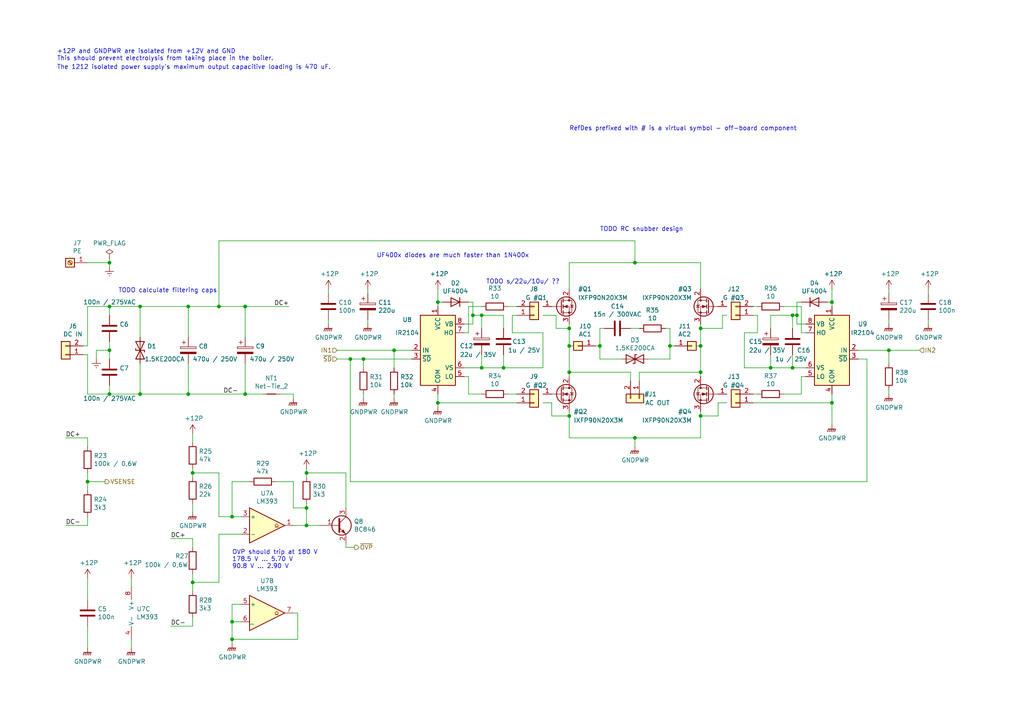
<source format=kicad_sch>
(kicad_sch (version 20230121) (generator eeschema)
  (paper "A4")
  (lib_symbols
    (symbol "Connector:Screw_Terminal_01x01" (pin_names (offset 1.016) hide)
      (property "Reference" "J" (at 0 2.54 0))
      (property "Value" "Screw_Terminal_01x01" (at 0 -2.54 0))
      (symbol "Screw_Terminal_01x01_1_1"
        (rectangle (start -1.27 1.27) (end 1.27 -1.27) (stroke (width 0.254)) (fill (type background)))
        (polyline (pts (xy -0.5334 0.3302) (xy 0.3302 -0.508)) (stroke (width 0.1524)))
        (polyline (pts (xy -0.3556 0.508) (xy 0.508 -0.3302)) (stroke (width 0.1524)))
        (circle (center 0 0) (radius 0.635) (stroke (width 0.1524)))
        (pin passive line (at -5.08 0 0) (length 3.81) (name "Pin_1") (number "1"))
      )
    )
    (symbol "Connector_Generic:Conn_01x01" (pin_names (offset 1.016) hide)
      (property "Reference" "J" (at 0 2.54 0))
      (property "Value" "Conn_01x01" (at 0 -2.54 0))
      (symbol "Conn_01x01_1_1"
        (rectangle (start -1.27 0.127) (end 0 -0.127) (stroke (width 0.1524)))
        (rectangle (start -1.27 1.27) (end 1.27 -1.27) (stroke (width 0.254)) (fill (type background)))
        (pin passive line (at -5.08 0 0) (length 3.81) (name "Pin_1") (number "1"))
      )
    )
    (symbol "Connector_Generic:Conn_01x02" (pin_names (offset 1.016) hide)
      (property "Reference" "J" (at 0 2.54 0))
      (property "Value" "Conn_01x02" (at 0 -5.08 0))
      (symbol "Conn_01x02_1_1"
        (rectangle (start -1.27 -2.413) (end 0 -2.667) (stroke (width 0.1524)))
        (rectangle (start -1.27 0.127) (end 0 -0.127) (stroke (width 0.1524)))
        (rectangle (start -1.27 1.27) (end 1.27 -3.81) (stroke (width 0.254)) (fill (type background)))
        (pin passive line (at -5.08 0 0) (length 3.81) (name "Pin_1") (number "1"))
        (pin passive line (at -5.08 -2.54 0) (length 3.81) (name "Pin_2") (number "2"))
      )
    )
    (symbol "Device:C" (pin_numbers hide) (pin_names (offset 0.254))
      (property "Reference" "C" (at 0.635 2.54 0))
      (property "Value" "C" (at 0.635 -2.54 0))
      (symbol "C_0_1"
        (polyline (pts (xy -2.032 -0.762) (xy 2.032 -0.762)) (stroke (width 0.508)))
        (polyline (pts (xy -2.032 0.762) (xy 2.032 0.762)) (stroke (width 0.508)))
      )
      (symbol "C_1_1"
        (pin passive line (at 0 3.81 270) (length 2.794) (name "~") (number "1"))
        (pin passive line (at 0 -3.81 90) (length 2.794) (name "~") (number "2"))
      )
    )
    (symbol "Device:R" (pin_numbers hide) (pin_names (offset 0))
      (property "Reference" "R" (at 2.032 0 90))
      (property "Value" "R" (at 0 0 90))
      (symbol "R_0_1"
        (rectangle (start -1.016 -2.54) (end 1.016 2.54) (stroke (width 0.254)))
      )
      (symbol "R_1_1"
        (pin passive line (at 0 3.81 270) (length 1.27) (name "~") (number "1"))
        (pin passive line (at 0 -3.81 90) (length 1.27) (name "~") (number "2"))
      )
    )
    (symbol "Diode:1.5KExxCA" (pin_numbers hide) (pin_names (offset 1.016) hide)
      (property "Reference" "D" (at 0 2.54 0))
      (property "Value" "1.5KExxCA" (at 0 -2.54 0))
      (symbol "1.5KExxCA_0_1"
        (polyline (pts (xy 1.27 0) (xy -1.27 0)))
        (polyline (pts (xy -2.54 -1.27) (xy 0 0) (xy -2.54 1.27) (xy -2.54 -1.27)) (stroke (width 0.254)))
        (polyline (pts (xy 0.508 1.27) (xy 0 1.27) (xy 0 -1.27) (xy -0.508 -1.27)) (stroke (width 0.254)))
        (polyline (pts (xy 2.54 1.27) (xy 2.54 -1.27) (xy 0 0) (xy 2.54 1.27)) (stroke (width 0.254)))
      )
      (symbol "1.5KExxCA_1_1"
        (pin passive line (at -3.81 0 0) (length 2.54) (name "A1") (number "1"))
        (pin passive line (at 3.81 0 180) (length 2.54) (name "A2") (number "2"))
      )
    )
    (symbol "Driver_FET:IR2104"
      (property "Reference" "U" (at 1.27 13.335 0))
      (property "Value" "IR2104" (at 1.27 11.43 0))
      (symbol "IR2104_0_1"
        (rectangle (start -5.08 -10.16) (end 5.08 10.16) (stroke (width 0.254)) (fill (type background)))
      )
      (symbol "IR2104_1_1"
        (pin power_in line (at 0 12.7 270) (length 2.54) (name "VCC") (number "1"))
        (pin input line (at -7.62 0 0) (length 2.54) (name "IN") (number "2"))
        (pin input line (at -7.62 -2.54 0) (length 2.54) (name "~{SD}") (number "3"))
        (pin power_in line (at 0 -12.7 90) (length 2.54) (name "COM") (number "4"))
        (pin output line (at 7.62 -7.62 180) (length 2.54) (name "LO") (number "5"))
        (pin passive line (at 7.62 -5.08 180) (length 2.54) (name "VS") (number "6"))
        (pin output line (at 7.62 5.08 180) (length 2.54) (name "HO") (number "7"))
        (pin passive line (at 7.62 7.62 180) (length 2.54) (name "VB") (number "8"))
      )
    )
    (symbol "Transistor_BJT:BC846" (pin_names (offset 0) hide)
      (property "Reference" "Q" (at 5.08 1.905 0))
      (property "Value" "BC846" (at 5.08 0 0))
      (symbol "BC846_0_1"
        (polyline (pts (xy 0.635 0.635) (xy 2.54 2.54)))
        (polyline (pts (xy 0.635 -0.635) (xy 2.54 -2.54) (xy 2.54 -2.54)))
        (polyline (pts (xy 0.635 1.905) (xy 0.635 -1.905) (xy 0.635 -1.905)) (stroke (width 0.508)))
        (polyline (pts (xy 1.27 -1.778) (xy 1.778 -1.27) (xy 2.286 -2.286) (xy 1.27 -1.778) (xy 1.27 -1.778)) (fill (type outline)))
        (circle (center 1.27 0) (radius 2.8194) (stroke (width 0.254)))
      )
      (symbol "BC846_1_1"
        (pin input line (at -5.08 0 0) (length 5.715) (name "B") (number "1"))
        (pin passive line (at 2.54 -5.08 90) (length 2.54) (name "E") (number "2"))
        (pin passive line (at 2.54 5.08 270) (length 2.54) (name "C") (number "3"))
      )
    )
    (symbol "ondra:IXFP90N20X3M" (pin_names hide)
      (property "Reference" "Q" (at 6.35 1.905 0))
      (property "Value" "IXFP90N20X3M" (at 6.35 0 0))
      (symbol "IXFP90N20X3M_0_1"
        (polyline (pts (xy 0.254 0) (xy -2.54 0)))
        (polyline (pts (xy 0.254 1.905) (xy 0.254 -1.905)) (stroke (width 0.254)))
        (polyline (pts (xy 0.762 -1.27) (xy 0.762 -2.286)) (stroke (width 0.254)))
        (polyline (pts (xy 0.762 0.508) (xy 0.762 -0.508)) (stroke (width 0.254)))
        (polyline (pts (xy 0.762 2.286) (xy 0.762 1.27)) (stroke (width 0.254)))
        (polyline (pts (xy 2.54 2.54) (xy 2.54 1.778)))
        (polyline (pts (xy 2.54 -2.54) (xy 2.54 0) (xy 0.762 0)))
        (polyline (pts (xy 0.762 -1.778) (xy 3.302 -1.778) (xy 3.302 1.778) (xy 0.762 1.778)))
        (polyline (pts (xy 1.016 0) (xy 2.032 0.381) (xy 2.032 -0.381) (xy 1.016 0)) (fill (type outline)))
        (polyline (pts (xy 2.794 0.508) (xy 2.921 0.381) (xy 3.683 0.381) (xy 3.81 0.254)))
        (polyline (pts (xy 3.302 0.381) (xy 2.921 -0.254) (xy 3.683 -0.254) (xy 3.302 0.381)))
        (circle (center 1.651 0) (radius 2.794) (stroke (width 0.254)))
        (circle (center 2.54 -1.778) (radius 0.254) (fill (type outline)))
        (circle (center 2.54 1.778) (radius 0.254) (fill (type outline)))
      )
      (symbol "IXFP90N20X3M_1_1"
        (pin input line (at -5.08 0 0) (length 2.54) (name "G") (number "1"))
        (pin passive line (at 2.54 5.08 270) (length 2.54) (name "D") (number "2"))
        (pin passive line (at 2.54 -5.08 90) (length 2.54) (name "S") (number "3"))
      )
    )
    (symbol "ondra:UF4004" (pin_numbers hide) (pin_names (offset 1.016) hide)
      (property "Reference" "D" (at 0 2.54 0))
      (property "Value" "UF4004" (at 0 -2.54 0))
      (symbol "UF4004_0_1"
        (polyline (pts (xy -1.27 1.27) (xy -1.27 -1.27)) (stroke (width 0.254)))
        (polyline (pts (xy 1.27 0) (xy -1.27 0)))
        (polyline (pts (xy 1.27 1.27) (xy 1.27 -1.27) (xy -1.27 0) (xy 1.27 1.27)) (stroke (width 0.254)))
      )
      (symbol "UF4004_1_1"
        (pin passive line (at -3.81 0 0) (length 2.54) (name "K") (number "1"))
        (pin passive line (at 3.81 0 180) (length 2.54) (name "A") (number "2"))
      )
    )
    (symbol "power:+12P" (power) (pin_names (offset 0))
      (property "Value" "+12P" (at 0 3.556 0))
      (symbol "+12P_0_1"
        (polyline (pts (xy -0.762 1.27) (xy 0 2.54)))
        (polyline (pts (xy 0 0) (xy 0 2.54)))
        (polyline (pts (xy 0 2.54) (xy 0.762 1.27)))
      )
      (symbol "+12P_1_1"
        (pin power_in line (at 0 0 90) (length 0) hide (name "+12P") (number "1"))
      )
    )
    (symbol "power:Earth" (power) (pin_names (offset 0))
      (symbol "Earth_0_1"
        (polyline (pts (xy -0.635 -1.905) (xy 0.635 -1.905)))
        (polyline (pts (xy -0.127 -2.54) (xy 0.127 -2.54)))
        (polyline (pts (xy 0 -1.27) (xy 0 0)))
        (polyline (pts (xy 1.27 -1.27) (xy -1.27 -1.27)))
      )
      (symbol "Earth_1_1"
        (pin power_in line (at 0 0 270) (length 0) hide (name "Earth") (number "1"))
      )
    )
    (symbol "power:GNDPWR" (power) (pin_names (offset 0))
      (property "Value" "GNDPWR" (at 0 -3.302 0))
      (symbol "GNDPWR_0_1"
        (polyline (pts (xy 0 -1.27) (xy 0 0)))
        (polyline (pts (xy -1.016 -1.27) (xy -1.27 -2.032) (xy -1.27 -2.032)) (stroke (width 0.2032)))
        (polyline (pts (xy -0.508 -1.27) (xy -0.762 -2.032) (xy -0.762 -2.032)) (stroke (width 0.2032)))
        (polyline (pts (xy 0 -1.27) (xy -0.254 -2.032) (xy -0.254 -2.032)) (stroke (width 0.2032)))
        (polyline (pts (xy 0.508 -1.27) (xy 0.254 -2.032) (xy 0.254 -2.032)) (stroke (width 0.2032)))
        (polyline (pts (xy 1.016 -1.27) (xy -1.016 -1.27) (xy -1.016 -1.27)) (stroke (width 0.2032)))
        (polyline (pts (xy 1.016 -1.27) (xy 0.762 -2.032) (xy 0.762 -2.032) (xy 0.762 -2.032)) (stroke (width 0.2032)))
      )
      (symbol "GNDPWR_1_1"
        (pin power_in line (at 0 0 270) (length 0) hide (name "GNDPWR") (number "1"))
      )
    )
    (symbol "power:PWR_FLAG" (power) (pin_numbers hide) (pin_names (offset 0) hide)
      (property "Value" "PWR_FLAG" (at 0 3.81 0))
      (symbol "PWR_FLAG_0_0"
        (pin power_out line (at 0 0 90) (length 0) (name "pwr") (number "1"))
      )
      (symbol "PWR_FLAG_0_1"
        (polyline (pts (xy 0 0) (xy 0 1.27) (xy -1.016 1.905) (xy 0 2.54) (xy 1.016 1.905) (xy 0 1.27)))
      )
    )
    (symbol "vetrnik-power-rescue:CP-Device" (pin_numbers hide) (pin_names (offset 0.254))
      (property "Reference" "C" (at 0.635 2.54 0))
      (property "Value" "Device_CP" (at 0.635 -2.54 0))
      (symbol "CP-Device_0_1"
        (rectangle (start -2.286 0.508) (end 2.286 1.016))
        (polyline (pts (xy -1.778 2.286) (xy -0.762 2.286)))
        (polyline (pts (xy -1.27 2.794) (xy -1.27 1.778)))
        (rectangle (start 2.286 -0.508) (end -2.286 -1.016) (fill (type outline)))
      )
      (symbol "CP-Device_1_1"
        (pin passive line (at 0 3.81 270) (length 2.794) (name "~") (number "1"))
        (pin passive line (at 0 -3.81 90) (length 2.794) (name "~") (number "2"))
      )
    )
    (symbol "vetrnik-power-rescue:LM393-Comparator" (pin_names (offset 0.127))
      (property "Reference" "U" (at 3.81 3.81 0))
      (property "Value" "Comparator_LM393" (at 6.35 -3.81 0))
      (symbol "LM393-Comparator_1_1"
        (polyline (pts (xy -5.08 5.08) (xy 5.08 0) (xy -5.08 -5.08) (xy -5.08 5.08)) (stroke (width 0.254)) (fill (type background)))
        (polyline (pts (xy 3.302 -0.508) (xy 2.794 -0.508) (xy 3.302 0) (xy 2.794 0.508) (xy 2.286 0) (xy 2.794 -0.508) (xy 2.286 -0.508)) (stroke (width 0.127)))
        (pin open_collector line (at 7.62 0 180) (length 2.54) (name "~") (number "1"))
        (pin input line (at -7.62 -2.54 0) (length 2.54) (name "-") (number "2"))
        (pin input line (at -7.62 2.54 0) (length 2.54) (name "+") (number "3"))
      )
      (symbol "LM393-Comparator_2_1"
        (polyline (pts (xy -5.08 5.08) (xy 5.08 0) (xy -5.08 -5.08) (xy -5.08 5.08)) (stroke (width 0.254)) (fill (type background)))
        (polyline (pts (xy 3.302 -0.508) (xy 2.794 -0.508) (xy 3.302 0) (xy 2.794 0.508) (xy 2.286 0) (xy 2.794 -0.508) (xy 2.286 -0.508)) (stroke (width 0.127)))
        (pin input line (at -7.62 2.54 0) (length 2.54) (name "+") (number "5"))
        (pin input line (at -7.62 -2.54 0) (length 2.54) (name "_") (number "6"))
        (pin open_collector line (at 7.62 0 180) (length 2.54) (name "~") (number "7"))
      )
      (symbol "LM393-Comparator_3_1"
        (pin power_in line (at -2.54 -7.62 90) (length 3.81) (name "V-") (number "4"))
        (pin power_in line (at -2.54 7.62 270) (length 3.81) (name "V+") (number "8"))
      )
    )
    (symbol "vetrnik-power-rescue:Net-Tie_2-Device" (pin_numbers hide) (pin_names (offset 0) hide)
      (property "Reference" "NT" (at 0 1.27 0))
      (property "Value" "Device_Net-Tie_2" (at 0 -1.27 0))
      (symbol "Net-Tie_2-Device_0_1"
        (polyline (pts (xy -1.27 0) (xy 1.27 0)) (stroke (width 0.254)))
      )
      (symbol "Net-Tie_2-Device_1_1"
        (pin passive line (at -2.54 0 0) (length 2.54) (name "1") (number "1"))
        (pin passive line (at 2.54 0 180) (length 2.54) (name "2") (number "2"))
      )
    )
  )
  (junction (at 137.16 91.44))
  (junction (at 165.1 100.33))
  (junction (at 146.05 106.68))
  (junction (at 165.1 120.65))
  (junction (at 203.2 100.33))
  (junction (at 31.75 88.9))
  (junction (at 67.31 180.34))
  (junction (at 241.3 87.63))
  (junction (at 55.88 137.16))
  (junction (at 184.15 127))
  (junction (at 184.15 76.2))
  (junction (at 127 87.63))
  (junction (at 231.14 91.44))
  (junction (at 165.1 95.25))
  (junction (at 173.99 100.33))
  (junction (at 203.2 107.95))
  (junction (at 55.88 168.91))
  (junction (at 54.61 114.3))
  (junction (at 229.87 106.68))
  (junction (at 105.41 104.14))
  (junction (at 101.6 104.14))
  (junction (at 88.9 152.4))
  (junction (at 31.75 101.6))
  (junction (at 67.31 149.86))
  (junction (at 114.3 101.6))
  (junction (at 71.12 114.3))
  (junction (at 88.9 137.16))
  (junction (at 40.64 114.3))
  (junction (at 31.75 76.2))
  (junction (at 139.7 106.68))
  (junction (at 139.7 91.44))
  (junction (at 257.81 101.6))
  (junction (at 71.12 88.9))
  (junction (at 40.64 88.9))
  (junction (at 63.5 88.9))
  (junction (at 67.31 185.42))
  (junction (at 194.31 100.33))
  (junction (at 203.2 95.25))
  (junction (at 54.61 88.9))
  (junction (at 241.3 116.84))
  (junction (at 223.52 106.68))
  (junction (at 203.2 120.65))
  (junction (at 229.87 91.44))
  (junction (at 165.1 107.95))
  (junction (at 127 116.84))
  (junction (at 88.9 147.32))
  (junction (at 25.4 139.7))
  (junction (at 31.75 114.3))
  (wire (pts (xy 137.16 93.98) (xy 134.62 93.98)))
  (wire (pts (xy 40.64 114.3) (xy 31.75 114.3)))
  (wire (pts (xy 210.82 91.44) (xy 209.55 91.44)))
  (wire (pts (xy 135.89 114.3) (xy 135.89 109.22)))
  (wire (pts (xy 85.09 139.7) (xy 85.09 147.32)))
  (wire (pts (xy 257.81 93.98) (xy 257.81 92.71)))
  (wire (pts (xy 55.88 137.16) (xy 63.5 137.16)))
  (wire (pts (xy 67.31 180.34) (xy 69.85 180.34)))
  (wire (pts (xy 203.2 95.25) (xy 203.2 100.33)))
  (wire (pts (xy 187.96 104.14) (xy 194.31 104.14)))
  (wire (pts (xy 232.41 109.22) (xy 233.68 109.22)))
  (wire (pts (xy 97.79 104.14) (xy 101.6 104.14)))
  (wire (pts (xy 55.88 137.16) (xy 55.88 138.43)))
  (wire (pts (xy 71.12 97.79) (xy 71.12 88.9)))
  (wire (pts (xy 241.3 87.63) (xy 241.3 88.9)))
  (wire (pts (xy 72.39 139.7) (xy 67.31 139.7)))
  (wire (pts (xy 63.5 168.91) (xy 55.88 168.91)))
  (wire (pts (xy 203.2 109.22) (xy 203.2 107.95)))
  (wire (pts (xy 100.33 158.75) (xy 102.87 158.75)))
  (wire (pts (xy 157.48 96.52) (xy 148.59 96.52)))
  (wire (pts (xy 135.89 87.63) (xy 137.16 87.63)))
  (wire (pts (xy 55.88 125.73) (xy 55.88 128.27)))
  (wire (pts (xy 229.87 106.68) (xy 223.52 106.68)))
  (wire (pts (xy 63.5 149.86) (xy 67.31 149.86)))
  (wire (pts (xy 209.55 95.25) (xy 203.2 95.25)))
  (wire (pts (xy 71.12 105.41) (xy 71.12 114.3)))
  (wire (pts (xy 55.88 181.61) (xy 55.88 179.07)))
  (wire (pts (xy 218.44 88.9) (xy 219.71 88.9)))
  (wire (pts (xy 55.88 166.37) (xy 55.88 168.91)))
  (wire (pts (xy 241.3 123.19) (xy 241.3 116.84)))
  (wire (pts (xy 157.48 106.68) (xy 157.48 96.52)))
  (wire (pts (xy 25.4 102.87) (xy 25.4 114.3)))
  (wire (pts (xy 67.31 180.34) (xy 67.31 175.26)))
  (wire (pts (xy 63.5 69.85) (xy 184.15 69.85)))
  (wire (pts (xy 165.1 107.95) (xy 182.88 107.95)))
  (wire (pts (xy 157.48 91.44) (xy 161.29 91.44)))
  (wire (pts (xy 88.9 152.4) (xy 92.71 152.4)))
  (wire (pts (xy 241.3 83.82) (xy 241.3 87.63)))
  (wire (pts (xy 105.41 106.68) (xy 105.41 104.14)))
  (wire (pts (xy 85.09 147.32) (xy 88.9 147.32)))
  (wire (pts (xy 55.88 135.89) (xy 55.88 137.16)))
  (wire (pts (xy 232.41 88.9) (xy 232.41 96.52)))
  (wire (pts (xy 215.9 96.52) (xy 219.71 96.52)))
  (wire (pts (xy 231.14 91.44) (xy 231.14 87.63)))
  (wire (pts (xy 105.41 104.14) (xy 119.38 104.14)))
  (wire (pts (xy 25.4 139.7) (xy 25.4 142.24)))
  (wire (pts (xy 223.52 102.87) (xy 223.52 106.68)))
  (wire (pts (xy 209.55 91.44) (xy 209.55 95.25)))
  (wire (pts (xy 215.9 106.68) (xy 215.9 96.52)))
  (wire (pts (xy 269.24 83.82) (xy 269.24 85.09)))
  (wire (pts (xy 203.2 76.2) (xy 203.2 83.82)))
  (wire (pts (xy 114.3 115.57) (xy 114.3 114.3)))
  (wire (pts (xy 165.1 127) (xy 184.15 127)))
  (wire (pts (xy 184.15 76.2) (xy 203.2 76.2)))
  (wire (pts (xy 223.52 106.68) (xy 215.9 106.68)))
  (wire (pts (xy 86.36 185.42) (xy 67.31 185.42)))
  (wire (pts (xy 223.52 91.44) (xy 229.87 91.44)))
  (wire (pts (xy 184.15 127) (xy 203.2 127)))
  (wire (pts (xy 208.28 116.84) (xy 210.82 116.84)))
  (wire (pts (xy 232.41 96.52) (xy 233.68 96.52)))
  (wire (pts (xy 266.7 101.6) (xy 257.81 101.6)))
  (wire (pts (xy 134.62 106.68) (xy 139.7 106.68)))
  (wire (pts (xy 80.01 139.7) (xy 85.09 139.7)))
  (wire (pts (xy 85.09 152.4) (xy 88.9 152.4)))
  (wire (pts (xy 40.64 114.3) (xy 54.61 114.3)))
  (wire (pts (xy 95.25 93.98) (xy 95.25 92.71)))
  (wire (pts (xy 203.2 120.65) (xy 203.2 119.38)))
  (wire (pts (xy 31.75 74.93) (xy 31.75 76.2)))
  (wire (pts (xy 231.14 93.98) (xy 231.14 91.44)))
  (wire (pts (xy 165.1 76.2) (xy 184.15 76.2)))
  (wire (pts (xy 38.1 187.96) (xy 38.1 185.42)))
  (wire (pts (xy 67.31 149.86) (xy 69.85 149.86)))
  (wire (pts (xy 88.9 135.89) (xy 88.9 137.16)))
  (wire (pts (xy 30.48 139.7) (xy 25.4 139.7)))
  (wire (pts (xy 165.1 109.22) (xy 165.1 107.95)))
  (wire (pts (xy 165.1 95.25) (xy 165.1 93.98)))
  (wire (pts (xy 27.94 104.14) (xy 27.94 101.6)))
  (wire (pts (xy 31.75 101.6) (xy 31.75 104.14)))
  (wire (pts (xy 135.89 96.52) (xy 135.89 88.9)))
  (wire (pts (xy 55.88 148.59) (xy 55.88 146.05)))
  (wire (pts (xy 165.1 83.82) (xy 165.1 76.2)))
  (wire (pts (xy 208.28 120.65) (xy 203.2 120.65)))
  (wire (pts (xy 248.92 104.14) (xy 251.46 104.14)))
  (wire (pts (xy 119.38 101.6) (xy 114.3 101.6)))
  (wire (pts (xy 127 88.9) (xy 127 87.63)))
  (wire (pts (xy 127 83.82) (xy 127 87.63)))
  (wire (pts (xy 173.99 100.33) (xy 173.99 95.25)))
  (wire (pts (xy 63.5 88.9) (xy 71.12 88.9)))
  (wire (pts (xy 251.46 104.14) (xy 251.46 139.7)))
  (wire (pts (xy 194.31 100.33) (xy 194.31 95.25)))
  (wire (pts (xy 229.87 102.87) (xy 229.87 106.68)))
  (wire (pts (xy 134.62 96.52) (xy 135.89 96.52)))
  (wire (pts (xy 139.7 106.68) (xy 146.05 106.68)))
  (wire (pts (xy 63.5 88.9) (xy 63.5 69.85)))
  (wire (pts (xy 25.4 167.64) (xy 25.4 173.99)))
  (wire (pts (xy 233.68 93.98) (xy 231.14 93.98)))
  (wire (pts (xy 137.16 87.63) (xy 137.16 91.44)))
  (wire (pts (xy 88.9 147.32) (xy 88.9 152.4)))
  (wire (pts (xy 24.13 100.33) (xy 25.4 100.33)))
  (wire (pts (xy 55.88 168.91) (xy 55.88 171.45)))
  (wire (pts (xy 67.31 186.69) (xy 67.31 185.42)))
  (wire (pts (xy 25.4 114.3) (xy 31.75 114.3)))
  (wire (pts (xy 25.4 76.2) (xy 31.75 76.2)))
  (wire (pts (xy 180.34 104.14) (xy 173.99 104.14)))
  (wire (pts (xy 71.12 114.3) (xy 54.61 114.3)))
  (wire (pts (xy 40.64 97.79) (xy 40.64 88.9)))
  (wire (pts (xy 219.71 91.44) (xy 218.44 91.44)))
  (wire (pts (xy 27.94 101.6) (xy 31.75 101.6)))
  (wire (pts (xy 31.75 101.6) (xy 31.75 99.06)))
  (wire (pts (xy 67.31 175.26) (xy 69.85 175.26)))
  (wire (pts (xy 251.46 139.7) (xy 101.6 139.7)))
  (wire (pts (xy 233.68 106.68) (xy 229.87 106.68)))
  (wire (pts (xy 127 116.84) (xy 127 114.3)))
  (wire (pts (xy 173.99 95.25) (xy 175.26 95.25)))
  (wire (pts (xy 194.31 104.14) (xy 194.31 100.33)))
  (wire (pts (xy 146.05 91.44) (xy 146.05 95.25)))
  (wire (pts (xy 208.28 116.84) (xy 208.28 120.65)))
  (wire (pts (xy 19.05 152.4) (xy 25.4 152.4)))
  (wire (pts (xy 203.2 100.33) (xy 203.2 107.95)))
  (wire (pts (xy 203.2 95.25) (xy 203.2 93.98)))
  (wire (pts (xy 63.5 154.94) (xy 69.85 154.94)))
  (wire (pts (xy 135.89 109.22) (xy 134.62 109.22)))
  (wire (pts (xy 63.5 137.16) (xy 63.5 149.86)))
  (wire (pts (xy 218.44 116.84) (xy 241.3 116.84)))
  (wire (pts (xy 100.33 157.48) (xy 100.33 158.75)))
  (wire (pts (xy 137.16 91.44) (xy 137.16 93.98)))
  (wire (pts (xy 149.86 114.3) (xy 147.32 114.3)))
  (wire (pts (xy 88.9 137.16) (xy 88.9 138.43)))
  (wire (pts (xy 25.4 187.96) (xy 25.4 181.61)))
  (wire (pts (xy 139.7 91.44) (xy 146.05 91.44)))
  (wire (pts (xy 114.3 106.68) (xy 114.3 101.6)))
  (wire (pts (xy 86.36 177.8) (xy 86.36 185.42)))
  (wire (pts (xy 195.58 100.33) (xy 194.31 100.33)))
  (wire (pts (xy 182.88 110.49) (xy 182.88 107.95)))
  (wire (pts (xy 63.5 154.94) (xy 63.5 168.91)))
  (wire (pts (xy 232.41 114.3) (xy 232.41 109.22)))
  (wire (pts (xy 49.53 156.21) (xy 55.88 156.21)))
  (wire (pts (xy 148.59 91.44) (xy 149.86 91.44)))
  (wire (pts (xy 165.1 119.38) (xy 165.1 120.65)))
  (wire (pts (xy 137.16 91.44) (xy 139.7 91.44)))
  (wire (pts (xy 25.4 102.87) (xy 24.13 102.87)))
  (wire (pts (xy 165.1 100.33) (xy 165.1 107.95)))
  (wire (pts (xy 147.32 88.9) (xy 149.86 88.9)))
  (wire (pts (xy 173.99 104.14) (xy 173.99 100.33)))
  (wire (pts (xy 160.02 116.84) (xy 160.02 120.65)))
  (wire (pts (xy 182.88 95.25) (xy 185.42 95.25)))
  (wire (pts (xy 257.81 105.41) (xy 257.81 101.6)))
  (wire (pts (xy 161.29 95.25) (xy 165.1 95.25)))
  (wire (pts (xy 139.7 91.44) (xy 139.7 95.25)))
  (wire (pts (xy 223.52 91.44) (xy 223.52 95.25)))
  (wire (pts (xy 31.75 88.9) (xy 31.75 91.44)))
  (wire (pts (xy 185.42 107.95) (xy 203.2 107.95)))
  (wire (pts (xy 54.61 105.41) (xy 54.61 114.3)))
  (wire (pts (xy 157.48 116.84) (xy 160.02 116.84)))
  (wire (pts (xy 257.81 85.09) (xy 257.81 83.82)))
  (wire (pts (xy 95.25 83.82) (xy 95.25 85.09)))
  (wire (pts (xy 227.33 88.9) (xy 232.41 88.9)))
  (wire (pts (xy 240.03 87.63) (xy 241.3 87.63)))
  (wire (pts (xy 100.33 137.16) (xy 88.9 137.16)))
  (wire (pts (xy 184.15 129.54) (xy 184.15 127)))
  (wire (pts (xy 146.05 106.68) (xy 157.48 106.68)))
  (wire (pts (xy 106.68 85.09) (xy 106.68 83.82)))
  (wire (pts (xy 67.31 185.42) (xy 67.31 180.34)))
  (wire (pts (xy 148.59 96.52) (xy 148.59 91.44)))
  (wire (pts (xy 101.6 139.7) (xy 101.6 104.14)))
  (wire (pts (xy 231.14 87.63) (xy 232.41 87.63)))
  (wire (pts (xy 257.81 114.3) (xy 257.81 113.03)))
  (wire (pts (xy 25.4 88.9) (xy 31.75 88.9)))
  (wire (pts (xy 85.09 177.8) (xy 86.36 177.8)))
  (wire (pts (xy 127 87.63) (xy 128.27 87.63)))
  (wire (pts (xy 166.37 100.33) (xy 165.1 100.33)))
  (wire (pts (xy 71.12 88.9) (xy 83.82 88.9)))
  (wire (pts (xy 54.61 97.79) (xy 54.61 88.9)))
  (wire (pts (xy 105.41 115.57) (xy 105.41 114.3)))
  (wire (pts (xy 38.1 170.18) (xy 38.1 167.64)))
  (wire (pts (xy 49.53 181.61) (xy 55.88 181.61)))
  (wire (pts (xy 127 118.11) (xy 127 116.84)))
  (wire (pts (xy 139.7 102.87) (xy 139.7 106.68)))
  (wire (pts (xy 31.75 76.2) (xy 31.75 77.47)))
  (wire (pts (xy 40.64 88.9) (xy 54.61 88.9)))
  (wire (pts (xy 201.93 100.33) (xy 203.2 100.33)))
  (wire (pts (xy 19.05 127) (xy 25.4 127)))
  (wire (pts (xy 219.71 96.52) (xy 219.71 91.44)))
  (wire (pts (xy 25.4 137.16) (xy 25.4 139.7)))
  (wire (pts (xy 146.05 102.87) (xy 146.05 106.68)))
  (wire (pts (xy 101.6 104.14) (xy 105.41 104.14)))
  (wire (pts (xy 218.44 114.3) (xy 219.71 114.3)))
  (wire (pts (xy 76.2 114.3) (xy 71.12 114.3)))
  (wire (pts (xy 55.88 156.21) (xy 55.88 158.75)))
  (wire (pts (xy 139.7 114.3) (xy 135.89 114.3)))
  (wire (pts (xy 114.3 101.6) (xy 97.79 101.6)))
  (wire (pts (xy 241.3 116.84) (xy 241.3 114.3)))
  (wire (pts (xy 160.02 120.65) (xy 165.1 120.65)))
  (wire (pts (xy 106.68 93.98) (xy 106.68 92.71)))
  (wire (pts (xy 229.87 91.44) (xy 229.87 95.25)))
  (wire (pts (xy 31.75 111.76) (xy 31.75 114.3)))
  (wire (pts (xy 25.4 100.33) (xy 25.4 88.9)))
  (wire (pts (xy 54.61 88.9) (xy 63.5 88.9)))
  (wire (pts (xy 25.4 149.86) (xy 25.4 152.4)))
  (wire (pts (xy 185.42 110.49) (xy 185.42 107.95)))
  (wire (pts (xy 161.29 91.44) (xy 161.29 95.25)))
  (wire (pts (xy 25.4 127) (xy 25.4 129.54)))
  (wire (pts (xy 100.33 147.32) (xy 100.33 137.16)))
  (wire (pts (xy 269.24 93.98) (xy 269.24 92.71)))
  (wire (pts (xy 149.86 116.84) (xy 127 116.84)))
  (wire (pts (xy 227.33 114.3) (xy 232.41 114.3)))
  (wire (pts (xy 257.81 101.6) (xy 248.92 101.6)))
  (wire (pts (xy 194.31 95.25) (xy 193.04 95.25)))
  (wire (pts (xy 135.89 88.9) (xy 139.7 88.9)))
  (wire (pts (xy 85.09 114.3) (xy 81.28 114.3)))
  (wire (pts (xy 165.1 95.25) (xy 165.1 100.33)))
  (wire (pts (xy 203.2 127) (xy 203.2 120.65)))
  (wire (pts (xy 67.31 139.7) (xy 67.31 149.86)))
  (wire (pts (xy 172.72 100.33) (xy 173.99 100.33)))
  (wire (pts (xy 165.1 120.65) (xy 165.1 127)))
  (wire (pts (xy 31.75 88.9) (xy 40.64 88.9)))
  (wire (pts (xy 229.87 91.44) (xy 231.14 91.44)))
  (wire (pts (xy 85.09 115.57) (xy 85.09 114.3)))
  (wire (pts (xy 88.9 146.05) (xy 88.9 147.32)))
  (wire (pts (xy 40.64 105.41) (xy 40.64 114.3)))
  (wire (pts (xy 184.15 69.85) (xy 184.15 76.2)))
  (text "+12P and GNDPWR are isolated from +12V and GND\nThis should prevent electrolysis from taking place in the boiler." (at 16.51 17.78 0) (effects (font (size 1.27 1.27)) (justify left bottom)))
  (text "The 1212 isolated power supply's maximum output capacitive loading is 470 uF." (at 16.51 20.32 0) (effects (font (size 1.27 1.27)) (justify left bottom)))
  (text "RefDes prefixed with # is a virtual symbol - off-board component" (at 165.1 38.1 0) (effects (font (size 1.27 1.27)) (justify left bottom)))
  (text "TODO RC snubber design" (at 173.99 67.31 0) (effects (font (size 1.27 1.27)) (justify left bottom)))
  (text "OVP should trip at 180 V\n178.5 V ... 5.70 V\n90.8 V ... 2.90 V" (at 67.31 165.1 0) (effects (font (size 1.27 1.27)) (justify left bottom)))
  (text "TODO s/22u/10u/ ??" (at 140.97 82.55 0) (effects (font (size 1.27 1.27)) (justify left bottom)))
  (text "UF400x diodes are much faster than 1N400x" (at 109.22 74.93 0) (effects (font (size 1.27 1.27)) (justify left bottom)))
  (text "TODO calculate filtering caps" (at 34.29 85.09 0) (effects (font (size 1.27 1.27)) (justify left bottom)))
  (label "DC-" (at 49.53 181.61 0))
  (label "DC+" (at 19.05 127 0))
  (label "DC-" (at 19.05 152.4 0))
  (label "DC+" (at 49.53 156.21 0))
  (label "DC-" (at 64.77 114.3 0))
  (label "DC+" (at 83.82 88.9 180))
  (hierarchical_label "~{OVP}" (shape output) (at 102.87 158.75 0))
  (hierarchical_label "IN2" (shape input) (at 266.7 101.6 0))
  (hierarchical_label "~{SD}" (shape input) (at 97.79 104.14 180))
  (hierarchical_label "IN1" (shape input) (at 97.79 101.6 180))
  (hierarchical_label "VSENSE" (shape output) (at 30.48 139.7 0))
  (symbol (lib_id "power:+12P") (at 95.25 83.82 0) (unit 1)
    (property "Reference" "#PWR057" (effects hide))
    (property "Value" "+12P" (at 95.631 79.4258 0))
  )
  (symbol (lib_id "power:+12P") (at 106.68 83.82 0) (unit 1)
    (property "Reference" "#PWR060" (effects hide))
    (property "Value" "+12P" (at 107.061 79.4258 0))
  )
  (symbol (lib_id "power:+12P") (at 127 83.82 0) (unit 1)
    (property "Reference" "#PWR063" (effects hide))
    (property "Value" "+12P" (at 127.381 79.4258 0))
  )
  (symbol (lib_id "power:+12P") (at 241.3 83.82 0) (unit 1)
    (property "Reference" "#PWR066" (effects hide))
    (property "Value" "+12P" (at 241.681 79.4258 0))
  )
  (symbol (lib_id "power:+12P") (at 257.81 83.82 0) (unit 1)
    (property "Reference" "#PWR068" (effects hide))
    (property "Value" "+12P" (at 258.191 79.4258 0))
  )
  (symbol (lib_id "power:+12P") (at 269.24 83.82 0) (unit 1)
    (property "Reference" "#PWR071" (effects hide))
    (property "Value" "+12P" (at 269.621 79.4258 0))
  )
  (symbol (lib_id "power:+12P") (at 88.9 135.89 0) (unit 1)
    (property "Reference" "#PWR056" (effects hide))
    (property "Value" "+12P" (at 89.281 131.4958 0))
  )
  (symbol (lib_id "power:+12P") (at 55.88 125.73 0) (unit 1)
    (property "Reference" "#PWR052" (effects hide))
    (property "Value" "+12P" (at 56.261 121.3358 0))
  )
  (symbol (lib_id "power:+12P") (at 38.1 167.64 0) (unit 1)
    (property "Reference" "#PWR050" (effects hide))
    (property "Value" "+12P" (at 38.481 163.2458 0))
  )
  (symbol (lib_id "power:+12P") (at 25.4 167.64 0) (unit 1)
    (property "Reference" "#PWR046" (effects hide))
    (property "Value" "+12P" (at 25.781 163.2458 0))
  )
  (symbol (lib_id "power:GNDPWR") (at 85.09 115.57 0) (unit 1)
    (property "Reference" "#PWR055" (effects hide))
    (property "Value" "GNDPWR" (at 85.1916 119.4816 0))
  )
  (symbol (lib_id "power:GNDPWR") (at 25.4 187.96 0) (unit 1)
    (property "Reference" "#PWR047" (effects hide))
    (property "Value" "GNDPWR" (at 25.5016 191.8716 0))
  )
  (symbol (lib_id "power:GNDPWR") (at 38.1 187.96 0) (unit 1)
    (property "Reference" "#PWR051" (effects hide))
    (property "Value" "GNDPWR" (at 38.2016 191.8716 0))
  )
  (symbol (lib_id "power:GNDPWR") (at 55.88 148.59 0) (unit 1)
    (property "Reference" "#PWR053" (effects hide))
    (property "Value" "GNDPWR" (at 55.9816 152.5016 0))
  )
  (symbol (lib_id "power:GNDPWR") (at 105.41 115.57 0) (unit 1)
    (property "Reference" "#PWR059" (effects hide))
    (property "Value" "GNDPWR" (at 105.5116 119.4816 0))
  )
  (symbol (lib_id "power:GNDPWR") (at 114.3 115.57 0) (unit 1)
    (property "Reference" "#PWR062" (effects hide))
    (property "Value" "GNDPWR" (at 114.4016 119.4816 0))
  )
  (symbol (lib_id "power:GNDPWR") (at 127 118.11 0) (unit 1)
    (property "Reference" "#PWR064" (effects hide))
    (property "Value" "GNDPWR" (at 127.1016 122.0216 0))
  )
  (symbol (lib_id "power:GNDPWR") (at 95.25 93.98 0) (unit 1)
    (property "Reference" "#PWR058" (effects hide))
    (property "Value" "GNDPWR" (at 95.3516 97.8916 0))
  )
  (symbol (lib_id "power:GNDPWR") (at 106.68 93.98 0) (unit 1)
    (property "Reference" "#PWR061" (effects hide))
    (property "Value" "GNDPWR" (at 106.7816 97.8916 0))
  )
  (symbol (lib_id "power:GNDPWR") (at 184.15 129.54 0) (unit 1)
    (property "Reference" "#PWR065" (effects hide))
    (property "Value" "GNDPWR" (at 184.2516 133.4516 0))
  )
  (symbol (lib_id "power:GNDPWR") (at 241.3 123.19 0) (unit 1)
    (property "Reference" "#PWR067" (effects hide))
    (property "Value" "GNDPWR" (at 241.4016 127.1016 0))
  )
  (symbol (lib_id "power:GNDPWR") (at 257.81 114.3 0) (unit 1)
    (property "Reference" "#PWR070" (effects hide))
    (property "Value" "GNDPWR" (at 257.9116 118.2116 0))
  )
  (symbol (lib_id "power:GNDPWR") (at 269.24 93.98 0) (unit 1)
    (property "Reference" "#PWR072" (effects hide))
    (property "Value" "GNDPWR" (at 269.3416 97.8916 0))
  )
  (symbol (lib_id "power:GNDPWR") (at 257.81 93.98 0) (unit 1)
    (property "Reference" "#PWR069" (effects hide))
    (property "Value" "GNDPWR" (at 257.9116 97.8916 0))
  )
  (symbol (lib_id "ondra:IXFP90N20X3M") (at 162.56 88.9 0) (unit 1)
    (property "Reference" "#Q1" (at 167.64 83.82 0) (effects (justify left)))
    (property "Value" "IXFP90N20X3M" (at 167.64 86.36 0) (effects (justify left)))
    (property "Footprint" "Package_TO_SOT_THT:TO-220F-3_Vertical" (effects hide))
    (property "Datasheet" "https://www.tme.eu/Document/5bd3be39b143c9c987d3d1762f5567e6/IXFP90N20X3M.pdf" (effects hide))
    (property "TME" "https://www.tme.eu/cz/details/ixfp90n20x3m/tranzistory-s-kanalem-n-tht/ixys/" (effects hide))
    (instances (project "vetrnik-power" (path "" (reference "#Q1") (unit 1)) (path "" (reference "#Q?") (unit 1))))
  )
  (symbol (lib_id "ondra:IXFP90N20X3M") (at 162.56 114.3 0) (unit 1)
    (property "Reference" "#Q2" (at 166.37 119.38 0) (effects (justify left)))
    (property "Value" "IXFP90N20X3M" (at 166.37 121.92 0) (effects (justify left)))
    (property "Footprint" "Package_TO_SOT_THT:TO-220F-3_Vertical" (effects hide))
    (property "Datasheet" "https://www.tme.eu/Document/5bd3be39b143c9c987d3d1762f5567e6/IXFP90N20X3M.pdf" (effects hide))
    (property "TME" "https://www.tme.eu/cz/details/ixfp90n20x3m/tranzistory-s-kanalem-n-tht/ixys/" (effects hide))
    (instances (project "vetrnik-power" (path "" (reference "#Q2") (unit 1)) (path "" (reference "#Q?") (unit 1))))
  )
  (symbol (lib_id "ondra:IXFP90N20X3M") (at 205.74 88.9 0) (mirror y) (unit 1)
    (property "Reference" "#Q3" (at 200.66 83.82 0) (effects (justify left)))
    (property "Value" "IXFP90N20X3M" (at 200.66 86.36 0) (effects (justify left)))
    (property "Footprint" "Package_TO_SOT_THT:TO-220F-3_Vertical" (effects hide))
    (property "Datasheet" "https://www.tme.eu/Document/5bd3be39b143c9c987d3d1762f5567e6/IXFP90N20X3M.pdf" (effects hide))
    (property "TME" "https://www.tme.eu/cz/details/ixfp90n20x3m/tranzistory-s-kanalem-n-tht/ixys/" (effects hide))
    (instances (project "vetrnik-power" (path "" (reference "#Q3") (unit 1)) (path "" (reference "#Q?") (unit 1))))
  )
  (symbol (lib_id "ondra:IXFP90N20X3M") (at 205.74 114.3 0) (mirror y) (unit 1)
    (property "Reference" "#Q4" (at 200.66 119.38 0) (effects (justify left)))
    (property "Value" "IXFP90N20X3M" (at 200.66 121.92 0) (effects (justify left)))
    (property "Footprint" "Package_TO_SOT_THT:TO-220F-3_Vertical" (effects hide))
    (property "Datasheet" "https://www.tme.eu/Document/5bd3be39b143c9c987d3d1762f5567e6/IXFP90N20X3M.pdf" (effects hide))
    (property "TME" "https://www.tme.eu/cz/details/ixfp90n20x3m/tranzistory-s-kanalem-n-tht/ixys/" (effects hide))
    (instances (project "vetrnik-power" (path "" (reference "#Q4") (unit 1)) (path "" (reference "#Q?") (unit 1))))
  )
  (symbol (lib_id "Driver_FET:IR2104") (at 127 101.6 0) (unit 1)
    (property "Reference" "U8" (at 118.11 92.71 0))
    (property "Value" "IR2104" (at 118.11 96.52 0))
    (property "Footprint" "Package_SO:SOIC-8_3.9x4.9mm_P1.27mm" (effects hide))
    (property "Datasheet" "https://www.infineon.com/dgdl/ir2104.pdf?fileId=5546d462533600a4015355c7c1c31671" (effects hide))
    (property "TME" "https://www.tme.eu/cz/details/ir2104strpbf/drivery-mosfet-igbt/infineon-technologies/" (effects hide))
    (instances (project "vetrnik-power" (path "" (reference "U8") (unit 1)) (path "" (reference "U?") (unit 1))))
  )
  (symbol (lib_id "Driver_FET:IR2104") (at 241.3 101.6 0) (mirror y) (unit 1)
    (property "Reference" "U9" (at 250.19 93.98 0))
    (property "Value" "IR2104" (at 250.19 96.52 0))
    (property "Footprint" "Package_SO:SOIC-8_3.9x4.9mm_P1.27mm" (effects hide))
    (property "Datasheet" "https://www.infineon.com/dgdl/ir2104.pdf?fileId=5546d462533600a4015355c7c1c31671" (effects hide))
    (property "TME" "https://www.tme.eu/cz/details/ir2104strpbf/drivery-mosfet-igbt/infineon-technologies/" (effects hide))
    (instances (project "vetrnik-power" (path "" (reference "U9") (unit 1)) (path "" (reference "U?") (unit 1))))
  )
  (symbol (lib_id "Device:R") (at 143.51 88.9 270) (unit 1)
    (property "Reference" "R33" (at 143.51 83.6422 90))
    (property "Value" "10" (at 143.51 85.9536 90))
    (property "Footprint" "Resistor_SMD:R_1206_3216Metric_Pad1.30x1.75mm_HandSolder" (effects hide))
    (instances (project "vetrnik-power" (path "" (reference "R33") (unit 1)) (path "" (reference "R?") (unit 1))))
  )
  (symbol (lib_id "Device:R") (at 143.51 114.3 270) (unit 1)
    (property "Reference" "R34" (at 143.51 109.0422 90))
    (property "Value" "10" (at 143.51 111.3536 90))
    (property "Footprint" "Resistor_SMD:R_1206_3216Metric_Pad1.30x1.75mm_HandSolder" (effects hide))
    (instances (project "vetrnik-power" (path "" (reference "R34") (unit 1)) (path "" (reference "R?") (unit 1))))
  )
  (symbol (lib_id "Device:R") (at 223.52 88.9 270) (unit 1)
    (property "Reference" "R36" (at 223.52 83.6422 90))
    (property "Value" "10" (at 223.52 85.9536 90))
    (property "Footprint" "Resistor_SMD:R_1206_3216Metric_Pad1.30x1.75mm_HandSolder" (effects hide))
    (instances (project "vetrnik-power" (path "" (reference "R36") (unit 1)) (path "" (reference "R?") (unit 1))))
  )
  (symbol (lib_id "Device:R") (at 223.52 114.3 270) (unit 1)
    (property "Reference" "R37" (at 223.52 109.0422 90))
    (property "Value" "10" (at 223.52 111.3536 90))
    (property "Footprint" "Resistor_SMD:R_1206_3216Metric_Pad1.30x1.75mm_HandSolder" (effects hide))
    (instances (project "vetrnik-power" (path "" (reference "R37") (unit 1)) (path "" (reference "R?") (unit 1))))
  )
  (symbol (lib_id "vetrnik-power-rescue:CP-Device") (at 106.68 88.9 0) (unit 1)
    (property "Reference" "C11" (at 109.6772 87.7316 0) (effects (justify left)))
    (property "Value" "220u" (at 109.6772 90.043 0) (effects (justify left)))
    (property "Footprint" "Capacitor_THT:CP_Radial_D8.0mm_P3.50mm" (effects hide))
    (instances (project "vetrnik-power" (path "" (reference "C11") (unit 1)) (path "" (reference "C?") (unit 1))))
  )
  (symbol (lib_id "Device:C") (at 146.05 99.06 0) (unit 1)
    (property "Reference" "C13" (at 148.59 99.06 0) (effects (justify left)))
    (property "Value" "1u / 25V" (at 147.32 101.6 0) (effects (justify left)))
    (property "Footprint" "Capacitor_SMD:C_1206_3216Metric_Pad1.33x1.80mm_HandSolder" (effects hide))
    (instances (project "vetrnik-power" (path "" (reference "C13") (unit 1)) (path "" (reference "C?") (unit 1))))
  )
  (symbol (lib_id "vetrnik-power-rescue:CP-Device") (at 139.7 99.06 0) (unit 1)
    (property "Reference" "C12" (at 133.35 100.33 0) (effects (justify left)))
    (property "Value" "22u / 35V" (at 133.35 102.87 0) (effects (justify left)))
    (property "Footprint" "Capacitor_THT:CP_Radial_D5.0mm_P2.00mm" (effects hide))
    (instances (project "vetrnik-power" (path "" (reference "C12") (unit 1)) (path "" (reference "C?") (unit 1))))
  )
  (symbol (lib_id "Device:C") (at 229.87 99.06 0) (unit 1)
    (property "Reference" "C16" (at 231.14 101.6 0) (effects (justify left)))
    (property "Value" "1u / 25V" (at 224.79 104.14 0) (effects (justify left)))
    (property "Footprint" "Capacitor_SMD:C_1206_3216Metric_Pad1.33x1.80mm_HandSolder" (effects hide))
    (instances (project "vetrnik-power" (path "" (reference "C16") (unit 1)) (path "" (reference "C?") (unit 1))))
  )
  (symbol (lib_id "vetrnik-power-rescue:CP-Device") (at 223.52 99.06 0) (unit 1)
    (property "Reference" "C15" (at 217.17 99.06 0) (effects (justify left)))
    (property "Value" "22u / 35V" (at 217.17 101.6 0) (effects (justify left)))
    (property "Footprint" "Capacitor_THT:CP_Radial_D5.0mm_P2.00mm" (effects hide))
    (instances (project "vetrnik-power" (path "" (reference "C15") (unit 1)) (path "" (reference "C?") (unit 1))))
  )
  (symbol (lib_id "vetrnik-power-rescue:CP-Device") (at 257.81 88.9 0) (unit 1)
    (property "Reference" "C17" (at 260.8072 87.7316 0) (effects (justify left)))
    (property "Value" "220u" (at 260.8072 90.043 0) (effects (justify left)))
    (property "Footprint" "Capacitor_THT:CP_Radial_D8.0mm_P3.50mm" (effects hide))
    (instances (project "vetrnik-power" (path "" (reference "C17") (unit 1)) (path "" (reference "C?") (unit 1))))
  )
  (symbol (lib_id "Device:C") (at 95.25 88.9 0) (unit 1)
    (property "Reference" "C10" (at 98.171 87.7316 0) (effects (justify left)))
    (property "Value" "100n" (at 98.171 90.043 0) (effects (justify left)))
    (property "Footprint" "Capacitor_SMD:C_1206_3216Metric_Pad1.33x1.80mm_HandSolder" (effects hide))
  )
  (symbol (lib_id "Device:C") (at 269.24 88.9 0) (unit 1)
    (property "Reference" "C18" (at 272.161 87.7316 0) (effects (justify left)))
    (property "Value" "100n" (at 272.161 90.043 0) (effects (justify left)))
    (property "Footprint" "Capacitor_SMD:C_1206_3216Metric_Pad1.33x1.80mm_HandSolder" (effects hide))
  )
  (symbol (lib_id "Device:R") (at 114.3 110.49 0) (unit 1)
    (property "Reference" "R32" (at 116.078 109.3216 0) (effects (justify left)))
    (property "Value" "10k" (at 116.078 111.633 0) (effects (justify left)))
    (property "Footprint" "Resistor_SMD:R_1206_3216Metric_Pad1.30x1.75mm_HandSolder" (effects hide))
  )
  (symbol (lib_id "Device:R") (at 257.81 109.22 0) (unit 1)
    (property "Reference" "R38" (at 259.588 108.0516 0) (effects (justify left)))
    (property "Value" "10k" (at 259.588 110.363 0) (effects (justify left)))
    (property "Footprint" "Resistor_SMD:R_1206_3216Metric_Pad1.30x1.75mm_HandSolder" (effects hide))
  )
  (symbol (lib_id "Device:R") (at 105.41 110.49 0) (unit 1)
    (property "Reference" "R31" (at 107.188 109.3216 0) (effects (justify left)))
    (property "Value" "10k" (at 107.188 111.633 0) (effects (justify left)))
    (property "Footprint" "Resistor_SMD:R_1206_3216Metric_Pad1.30x1.75mm_HandSolder" (effects hide))
  )
  (symbol (lib_id "Connector_Generic:Conn_01x02") (at 185.42 115.57 270) (unit 1)
    (property "Reference" "#J1" (at 190.5 114.3 90) (effects (justify right)))
    (property "Value" "AC OUT" (at 194.31 116.84 90) (effects (justify right)))
    (property "Footprint" "ondra:DG270-10.0-02P-14-00A" (effects hide))
    (property "Datasheet" "https://www.tme.eu/Document/c718066ede34e838a13e7de15aa7e428/DG270-10.0.pdf" (effects hide))
    (property "TME" "https://www.tme.eu/cz/details/dg270-10.0-02p/svorkovnice-do-plosnych-spoju/degson-electronics/dg270-10-0-02p-14-00ah/" (effects hide))
  )
  (symbol (lib_id "Device:R") (at 25.4 146.05 0) (unit 1)
    (property "Reference" "R24" (at 27.178 144.8816 0) (effects (justify left)))
    (property "Value" "3k3" (at 27.178 147.193 0) (effects (justify left)))
    (property "Footprint" "Resistor_SMD:R_1206_3216Metric_Pad1.30x1.75mm_HandSolder" (effects hide))
  )
  (symbol (lib_id "Device:R") (at 25.4 133.35 0) (unit 1)
    (property "Reference" "R23" (at 27.178 132.1816 0) (effects (justify left)))
    (property "Value" "100k / 0,6W" (at 27.178 134.493 0) (effects (justify left)))
    (property "Footprint" "Resistor_THT:R_Axial_DIN0207_L6.3mm_D2.5mm_P10.16mm_Horizontal" (effects hide))
  )
  (symbol (lib_id "Connector_Generic:Conn_01x02") (at 19.05 102.87 180) (unit 1)
    (property "Reference" "J6" (at 21.1328 94.615 0))
    (property "Value" "DC IN" (at 21.1328 96.9264 0))
    (property "Footprint" "ondra:DG270-10.0-02P-14-00A" (effects hide))
    (property "Datasheet" "https://www.tme.eu/Document/c718066ede34e838a13e7de15aa7e428/DG270-10.0.pdf" (effects hide))
    (property "TME" "https://www.tme.eu/cz/details/dg270-10.0-02p/svorkovnice-do-plosnych-spoju/degson-electronics/dg270-10-0-02p-14-00ah/" (effects hide))
  )
  (symbol (lib_id "Device:C") (at 31.75 95.25 0) (unit 1)
    (property "Reference" "C6" (at 34.671 94.0816 0) (effects (justify left)))
    (property "Value" "100n / 275VAC" (at 24.13 87.63 0) (effects (justify left)))
    (property "Footprint" "Capacitor_THT:C_Rect_L26.5mm_W10.5mm_P22.50mm_MKS4" (effects hide))
    (property "TME" "https://www.tme.eu/cz/details/wyp-104m/tht-film-capacitors/miflex/" (effects hide))
  )
  (symbol (lib_id "Device:C") (at 31.75 107.95 0) (unit 1)
    (property "Reference" "C7" (at 34.671 106.7816 0) (effects (justify left)))
    (property "Value" "100n / 275VAC" (at 24.13 115.57 0) (effects (justify left)))
    (property "Footprint" "Capacitor_THT:C_Rect_L26.5mm_W10.5mm_P22.50mm_MKS4" (effects hide))
    (property "TME" "https://www.tme.eu/cz/details/wyp-104m/tht-film-capacitors/miflex/" (effects hide))
  )
  (symbol (lib_id "power:Earth") (at 27.94 104.14 0) (unit 1)
    (property "Reference" "#PWR048" (effects hide))
    (property "Value" "Earth" (effects hide))
  )
  (symbol (lib_id "Diode:1.5KExxCA") (at 184.15 104.14 180) (unit 1)
    (property "Reference" "D3" (at 184.15 98.6282 0))
    (property "Value" "1.5KE200CA" (at 184.15 100.9396 0))
    (property "Footprint" "Diode_THT:D_DO-201AE_P15.24mm_Horizontal" (effects hide))
    (property "Datasheet" "https://www.vishay.com/docs/88301/15ke.pdf" (effects hide))
  )
  (symbol (lib_id "vetrnik-power-rescue:CP-Device") (at 54.61 101.6 0) (unit 1)
    (property "Reference" "C8" (at 57.6072 100.4316 0) (effects (justify left)))
    (property "Value" "470u / 250V" (at 55.88 104.14 0) (effects (justify left)))
    (property "Footprint" "Capacitor_THT:CP_Radial_D30.0mm_P10.00mm_SnapIn" (effects hide))
    (property "Datasheet" "https://www.tme.eu/Document/280e3fb6bfa2629e98808628203c848c/e-ls.pdf" (effects hide))
    (property "TME" "https://www.tme.eu/cz/details/lls2e102melb/elektrolyticke-kondenzatory-snap-in/nichicon/" (effects hide))
  )
  (symbol (lib_id "Connector:Screw_Terminal_01x01") (at 20.32 76.2 180) (unit 1)
    (property "Reference" "J7" (at 22.4028 70.485 0))
    (property "Value" "PE" (at 22.4028 72.7964 0))
    (property "Footprint" "ondra:FS1536" (effects hide))
  )
  (symbol (lib_id "power:Earth") (at 31.75 77.47 0) (unit 1)
    (property "Reference" "#PWR049" (effects hide))
    (property "Value" "Earth" (effects hide))
  )
  (symbol (lib_id "Device:R") (at 55.88 162.56 0) (unit 1)
    (property "Reference" "R27" (at 50.8 161.29 0) (effects (justify left)))
    (property "Value" "100k / 0,6W" (at 41.91 163.83 0) (effects (justify left)))
    (property "Footprint" "Resistor_THT:R_Axial_DIN0207_L6.3mm_D2.5mm_P10.16mm_Horizontal" (effects hide))
  )
  (symbol (lib_id "Device:R") (at 55.88 175.26 0) (unit 1)
    (property "Reference" "R28" (at 57.658 174.0916 0) (effects (justify left)))
    (property "Value" "3k3" (at 57.658 176.403 0) (effects (justify left)))
    (property "Footprint" "Resistor_SMD:R_1206_3216Metric_Pad1.30x1.75mm_HandSolder" (effects hide))
  )
  (symbol (lib_id "vetrnik-power-rescue:LM393-Comparator") (at 77.47 152.4 0) (unit 1)
    (property "Reference" "U7" (at 77.47 143.0782 0))
    (property "Value" "LM393" (at 77.47 145.3896 0))
    (property "Footprint" "Package_SO:SOIC-8_3.9x4.9mm_P1.27mm" (effects hide))
    (property "Datasheet" "http://www.ti.com/lit/ds/symlink/lm393.pdf" (effects hide))
  )
  (symbol (lib_id "vetrnik-power-rescue:LM393-Comparator") (at 77.47 177.8 0) (unit 2)
    (property "Reference" "U7" (at 77.47 168.4782 0))
    (property "Value" "LM393" (at 77.47 170.7896 0))
    (property "Footprint" "Package_SO:SOIC-8_3.9x4.9mm_P1.27mm" (effects hide))
    (property "Datasheet" "http://www.ti.com/lit/ds/symlink/lm393.pdf" (effects hide))
  )
  (symbol (lib_id "vetrnik-power-rescue:LM393-Comparator") (at 40.64 177.8 0) (unit 3)
    (property "Reference" "U7" (at 39.5732 176.6316 0) (effects (justify left)))
    (property "Value" "LM393" (at 39.5732 178.943 0) (effects (justify left)))
    (property "Footprint" "Package_SO:SOIC-8_3.9x4.9mm_P1.27mm" (effects hide))
    (property "Datasheet" "http://www.ti.com/lit/ds/symlink/lm393.pdf" (effects hide))
  )
  (symbol (lib_id "Device:C") (at 25.4 177.8 0) (unit 1)
    (property "Reference" "C5" (at 28.321 176.6316 0) (effects (justify left)))
    (property "Value" "100n" (at 28.321 178.943 0) (effects (justify left)))
    (property "Footprint" "Capacitor_SMD:C_1206_3216Metric_Pad1.33x1.80mm_HandSolder" (effects hide))
  )
  (symbol (lib_id "Transistor_BJT:BC846") (at 97.79 152.4 0) (unit 1)
    (property "Reference" "Q8" (at 102.6414 151.2316 0) (effects (justify left)))
    (property "Value" "BC846" (at 102.6414 153.543 0) (effects (justify left)))
    (property "Footprint" "Package_TO_SOT_SMD:SOT-23" (effects hide))
    (property "Datasheet" "https://assets.nexperia.com/documents/data-sheet/BC846_SER.pdf" (effects hide))
  )
  (symbol (lib_id "Device:R") (at 88.9 142.24 0) (unit 1)
    (property "Reference" "R30" (at 90.678 141.0716 0) (effects (justify left)))
    (property "Value" "3k3" (at 90.678 143.383 0) (effects (justify left)))
    (property "Footprint" "Resistor_SMD:R_1206_3216Metric_Pad1.30x1.75mm_HandSolder" (effects hide))
  )
  (symbol (lib_id "Device:R") (at 76.2 139.7 270) (unit 1)
    (property "Reference" "R29" (at 76.2 134.4422 90))
    (property "Value" "47k" (at 76.2 136.7536 90))
    (property "Footprint" "Resistor_SMD:R_1206_3216Metric_Pad1.30x1.75mm_HandSolder" (effects hide))
  )
  (symbol (lib_id "Device:R") (at 55.88 132.08 0) (unit 1)
    (property "Reference" "R25" (at 57.658 130.9116 0) (effects (justify left)))
    (property "Value" "47k" (at 57.658 133.223 0) (effects (justify left)))
    (property "Footprint" "Resistor_SMD:R_1206_3216Metric_Pad1.30x1.75mm_HandSolder" (effects hide))
  )
  (symbol (lib_id "Device:R") (at 55.88 142.24 0) (unit 1)
    (property "Reference" "R26" (at 57.658 141.0716 0) (effects (justify left)))
    (property "Value" "22k" (at 57.658 143.383 0) (effects (justify left)))
    (property "Footprint" "Resistor_SMD:R_1206_3216Metric_Pad1.30x1.75mm_HandSolder" (effects hide))
  )
  (symbol (lib_id "Connector_Generic:Conn_01x02") (at 154.94 91.44 0) (mirror x) (unit 1)
    (property "Reference" "J8" (at 153.67 83.82 0) (effects (justify left)))
    (property "Value" "G #Q1" (at 152.4 86.36 0) (effects (justify left)))
    (property "Footprint" "Connector_Molex:Molex_KK-254_AE-6410-02A_1x02_P2.54mm_Vertical" (effects hide))
  )
  (symbol (lib_id "Device:R") (at 189.23 95.25 270) (unit 1)
    (property "Reference" "R35" (at 189.23 89.9922 90))
    (property "Value" "10" (at 189.23 92.3036 90))
    (property "Footprint" "Resistor_THT:R_Axial_DIN0309_L9.0mm_D3.2mm_P12.70mm_Horizontal" (effects hide))
  )
  (symbol (lib_id "Device:C") (at 179.07 95.25 270) (unit 1)
    (property "Reference" "C14" (at 179.07 88.8492 90))
    (property "Value" "15n / 300VAC" (at 179.07 91.1606 90))
    (property "Footprint" "Capacitor_THT:C_Rect_L18.0mm_W5.0mm_P15.00mm_FKS3_FKP3" (effects hide))
  )
  (symbol (lib_id "Diode:1.5KExxCA") (at 40.64 101.6 90) (unit 1)
    (property "Reference" "D1" (at 42.672 100.4316 90) (effects (justify right)))
    (property "Value" "1.5KE200CA" (at 41.91 104.14 90) (effects (justify right)))
    (property "Footprint" "Diode_THT:D_DO-201AE_P15.24mm_Horizontal" (effects hide))
    (property "Datasheet" "https://www.vishay.com/docs/88301/15ke.pdf" (effects hide))
  )
  (symbol (lib_id "Connector_Generic:Conn_01x02") (at 154.94 116.84 0) (mirror x) (unit 1)
    (property "Reference" "J9" (at 153.67 109.22 0) (effects (justify left)))
    (property "Value" "G #Q2" (at 152.4 111.76 0) (effects (justify left)))
    (property "Footprint" "Connector_Molex:Molex_KK-254_AE-6410-02A_1x02_P2.54mm_Vertical" (effects hide))
  )
  (symbol (lib_id "ondra:UF4004") (at 132.08 87.63 180) (unit 1)
    (property "Reference" "D2" (at 132.08 82.1182 0))
    (property "Value" "UF4004" (at 132.08 84.4296 0))
    (property "Footprint" "Diode_THT:D_DO-41_SOD81_P10.16mm_Horizontal" (effects hide))
    (property "Datasheet" "https://www.farnell.com/datasheets/2304091.pdf" (effects hide))
    (property "TME" "https://www.tme.eu/cz/details/uf4004-dc/univerzalni-diody-tht/dc-components/uf4004/" (effects hide))
  )
  (symbol (lib_id "ondra:UF4004") (at 236.22 87.63 0) (unit 1)
    (property "Reference" "D4" (at 236.22 82.1182 0))
    (property "Value" "UF4004" (at 236.22 84.4296 0))
    (property "Footprint" "Diode_THT:D_DO-41_SOD81_P10.16mm_Horizontal" (effects hide))
    (property "Datasheet" "https://www.farnell.com/datasheets/2304091.pdf" (effects hide))
    (property "TME" "https://www.tme.eu/cz/details/uf4004-dc/univerzalni-diody-tht/dc-components/uf4004/" (effects hide))
  )
  (symbol (lib_id "Connector_Generic:Conn_01x02") (at 213.36 91.44 180) (unit 1)
    (property "Reference" "J12" (at 214.63 83.82 0) (effects (justify left)))
    (property "Value" "G #Q3" (at 215.9 86.36 0) (effects (justify left)))
    (property "Footprint" "Connector_Molex:Molex_KK-254_AE-6410-02A_1x02_P2.54mm_Vertical" (effects hide))
  )
  (symbol (lib_id "Connector_Generic:Conn_01x02") (at 213.36 116.84 180) (unit 1)
    (property "Reference" "J13" (at 214.63 109.22 0) (effects (justify left)))
    (property "Value" "G #Q4" (at 215.9 111.76 0) (effects (justify left)))
    (property "Footprint" "Connector_Molex:Molex_KK-254_AE-6410-02A_1x02_P2.54mm_Vertical" (effects hide))
  )
  (symbol (lib_id "Connector_Generic:Conn_01x01") (at 167.64 100.33 180) (unit 1)
    (property "Reference" "J10" (at 169.7228 94.615 0))
    (property "Value" "AC1" (at 169.7228 96.9264 0))
    (property "Footprint" "ondra:FS1536" (effects hide))
  )
  (symbol (lib_id "Connector_Generic:Conn_01x01") (at 200.66 100.33 0) (mirror x) (unit 1)
    (property "Reference" "J11" (at 198.5772 94.615 0))
    (property "Value" "AC2" (at 198.5772 96.9264 0))
    (property "Footprint" "ondra:FS1536" (effects hide))
  )
  (symbol (lib_id "vetrnik-power-rescue:Net-Tie_2-Device") (at 78.74 114.3 0) (unit 1)
    (property "Reference" "NT1" (at 78.74 109.7026 0))
    (property "Value" "Net-Tie_2" (at 78.74 112.014 0))
    (property "Footprint" "NetTie:NetTie-2_SMD_Pad2.0mm" (effects hide))
  )
  (symbol (lib_id "power:GNDPWR") (at 67.31 186.69 0) (unit 1)
    (property "Reference" "#PWR054" (effects hide))
    (property "Value" "GNDPWR" (at 67.4116 190.6016 0))
  )
  (symbol (lib_id "vetrnik-power-rescue:CP-Device") (at 71.12 101.6 0) (unit 1)
    (property "Reference" "C9" (at 74.1172 100.4316 0) (effects (justify left)))
    (property "Value" "470u / 250V" (at 72.39 104.14 0) (effects (justify left)))
    (property "Footprint" "Capacitor_THT:CP_Radial_D30.0mm_P10.00mm_SnapIn" (effects hide))
    (property "Datasheet" "https://www.tme.eu/Document/280e3fb6bfa2629e98808628203c848c/e-ls.pdf" (effects hide))
    (property "TME" "https://www.tme.eu/cz/details/lls2e102melb/elektrolyticke-kondenzatory-snap-in/nichicon/" (effects hide))
  )
  (symbol (lib_id "power:PWR_FLAG") (at 31.75 74.93 0) (unit 1)
    (property "Reference" "#FLG05" (effects hide))
    (property "Value" "PWR_FLAG" (at 31.75 70.5358 0))
  )
)
</source>
